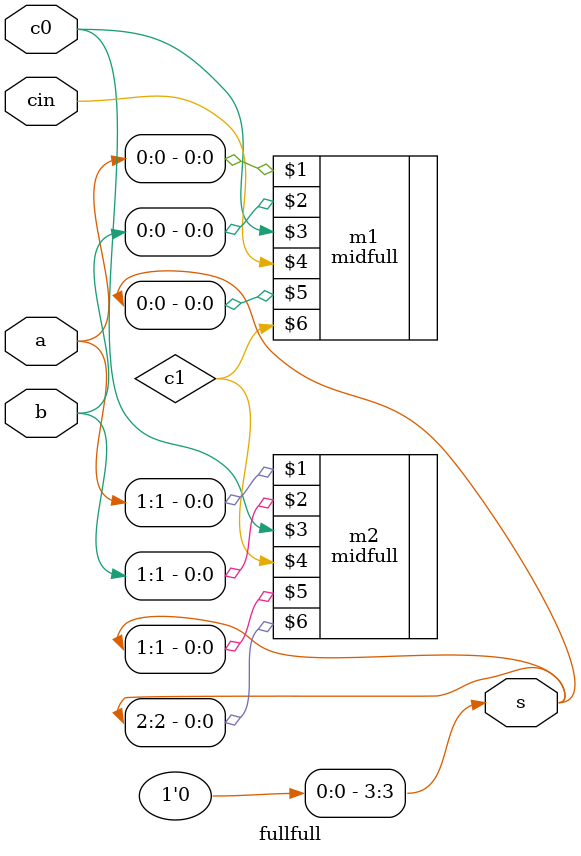
<source format=v>
`timescale 1ns / 1ps

module fullfull(a,b,c0,s,cin);
input [1:0]a;
input [1:0]b;
input c0,cin;
output [3:0]s;
wire c1;
midfull m1(a[0],b[0],c0,cin,s[0],c1);

midfull m2(a[1],b[1],c0,c1,s[1],s[2]);
assign s[3]=0;
endmodule

</source>
